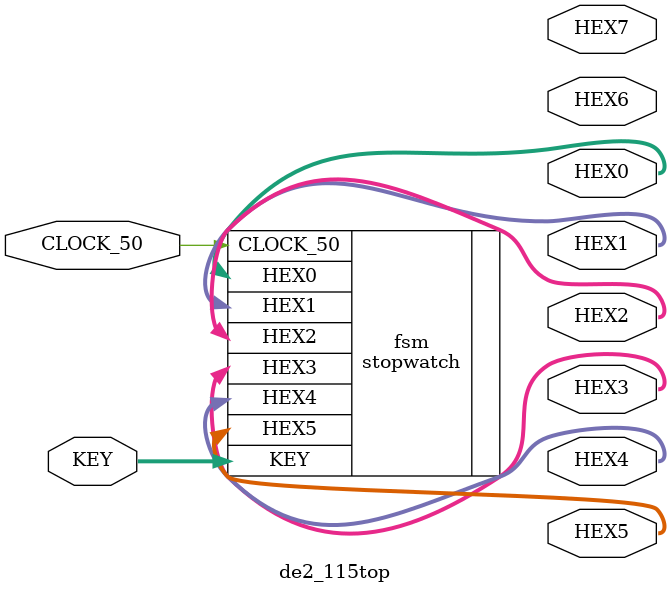
<source format=sv>
`timescale 1ns / 1ps
`default_nettype none

module de2_115top
	(
	//////////////////////	Clock Input	 	/////////////////////////////////////// 
	input 	wire 			CLOCK_50, //	50 MHz
	//////////////////////	 Push Button   ///////////////////////////////////////
	input	 	wire [3:0]	KEY, //	Pushbutton[3:0]
	//////////////////////	7-SEG Display  ///////////////////////////////////////
	output 	wire [6:0]  HEX0, // Display de 7-segmentos (HEX0)
	output 	wire [6:0]  HEX1, // Display de 7-segmentos (HEX1)
	output 	wire [6:0]  HEX2, // Display de 7-segmentos (HEX2)
	output 	wire [6:0]  HEX3, // Display de 7-segmentos (HEX3)
	output 	wire [6:0]  HEX4, // Display de 7-segmentos (HEX4)
	output 	wire [6:0]  HEX5, // Display de 7-segmentos (HEX5)
	output 	wire [6:0]  HEX6, // Display de 7-segmentos (HEX6)
	output 	wire [6:0]  HEX7  // Display de 7-segmentos (HEX7)
);

	//--------------------------------------------------------------------------
	//	Sinais internos
	//--------------------------------------------------------------------------
	
	//--------------------------------------------------------------------------

	//--------------------------------------------------------------------------
	//	Instanciação do módulo
	//--------------------------------------------------------------------------
	stopwatch fsm (.CLOCK_50(CLOCK_50), .KEY(KEY), .HEX0(HEX0), .HEX1(HEX1), .HEX2(HEX2), .HEX3(HEX3), .HEX4(HEX4), .HEX5(HEX5));

	//--------------------------------------------------------------------------
	
	//--------------------------------------------------------------------------
	//	Lógica de saída
	//--------------------------------------------------------------------------	
	
   //--------------------------------------------------------------------------	

endmodule

</source>
